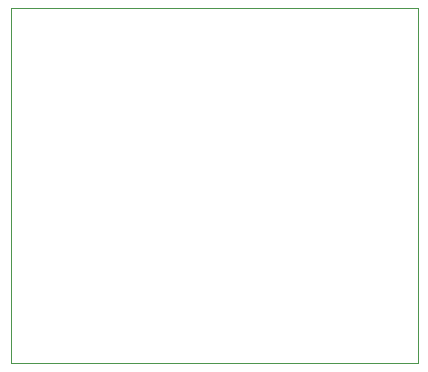
<source format=gbr>
G04 #@! TF.GenerationSoftware,KiCad,Pcbnew,5.1.4-e60b266~84~ubuntu18.04.1*
G04 #@! TF.CreationDate,2019-11-17T20:01:52-07:00*
G04 #@! TF.ProjectId,cob_5x5_lowpower,636f625f-3578-4355-9f6c-6f77706f7765,rev?*
G04 #@! TF.SameCoordinates,Original*
G04 #@! TF.FileFunction,Profile,NP*
%FSLAX46Y46*%
G04 Gerber Fmt 4.6, Leading zero omitted, Abs format (unit mm)*
G04 Created by KiCad (PCBNEW 5.1.4-e60b266~84~ubuntu18.04.1) date 2019-11-17 20:01:52*
%MOMM*%
%LPD*%
G04 APERTURE LIST*
%ADD10C,0.050000*%
G04 APERTURE END LIST*
D10*
X101000000Y-130000000D02*
X101000000Y-100000000D01*
X135500000Y-130000000D02*
X101000000Y-130000000D01*
X135500000Y-100000000D02*
X135500000Y-130000000D01*
X101000000Y-100000000D02*
X135500000Y-100000000D01*
M02*

</source>
